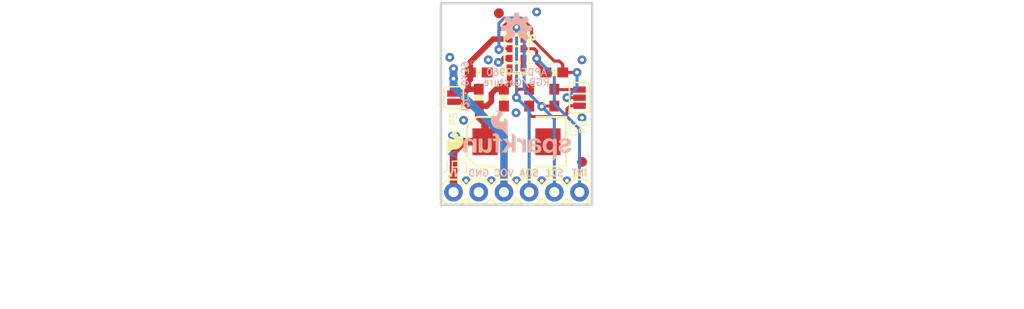
<source format=kicad_pcb>
(kicad_pcb (version 20211014) (generator pcbnew)
  (layers (0 "F.Cu" signal) (1 "In1.Cu" signal) (2 "In2.Cu" signal) (31 "B.Cu" signal) (34 "B.Paste" user) (35 "F.Paste" user) (36 "B.SilkS" user "B.Silkscreen") (37 "F.SilkS" user "F.Silkscreen") (38 "B.Mask" user) (39 "F.Mask" user) (44 "Edge.Cuts" user))
  (net 0 "")
  (net 1 "GND")
  (net 2 "VCC")
  (net 3 "SCL")
  (net 4 "SDA")
  (net 5 "INT")
  (net 6 "N$1")
  (net 7 "N$2")
  (net 8 "N$4")
  (net 9 "VL")
  (footprint "boardEagle:APDS-9960" (layer "F.Cu") (at 148.5011 99.9236)
    (fp_text reference "U1" (at -1.2 -2.2) (layer "F.SilkS") (effects (font (size 0.373888 0.373888) (thickness 0.032512)) (justify left bottom)))
    (fp_text value "APDS-9960")
    (fp_line (start -0.2 0.82) (end 0.2 0.82) (layer "F.SilkS") (width 0.2032))
    (fp_line (start -1.21 2.02) (end 1.21 2.02) (layer "F.SilkS") (width 0.2032))
    (fp_line (start -1.21 -2.02) (end 1.21 -2.02) (layer "F.SilkS") (width 0.2032))
    (fp_line (start 1.21 -2.02) (end 1.21 2.02) (layer "F.SilkS") (width 0.2032))
    (fp_line (start -1.21 -2.02) (end -1.21 2.02) (layer "F.SilkS") (width 0.2032))
    (fp_arc (start 0.188111 -0.753168) (mid 0 -0.719999) (end -0.188112 -0.753168) (layer "F.SilkS") (width 0.2032))
    (fp_arc (start -0.190178 1.022162) (mid 0 0.98) (end 0.190178 1.022162) (layer "F.SilkS") (width 0.2032))
    (fp_arc (start -0.188112 -1.786831) (mid 0 -1.82) (end 0.188112 -1.786831) (layer "F.SilkS") (width 0.2032))
    (fp_arc (start 0.190179 1.837837) (mid 0 1.879999) (end -0.190178 1.837837) (layer "F.SilkS") (width 0.2032))
    (fp_circle (center 1.644 -1.622) (end 1.8671 -1.622) (layer "F.SilkS") (width 0.2032) (fill none))
    (pad "1" smd rect (at 0.7 -1.455) (size 0.6 0.72) (layers "F.Cu" "F.Paste" "F.Mask") (net 4 "SDA"))
    (pad "2" smd rect (at 0.7 -0.485) (size 0.6 0.72) (layers "F.Cu" "F.Paste" "F.Mask") (net 5 "INT"))
    (pad "3" smd rect (at 0.7 0.485) (size 0.6 0.72) (layers "F.Cu" "F.Paste" "F.Mask") (net 8 "N$4"))
    (pad "4" smd rect (at 0.7 1.455) (size 0.6 0.72) (layers "F.Cu" "F.Paste" "F.Mask") (net 8 "N$4"))
    (pad "5" smd rect (at -0.7 1.455) (size 0.6 0.72) (layers "F.Cu" "F.Paste" "F.Mask") (net 9 "VL"))
    (pad "6" smd rect (at -0.7 0.485) (size 0.6 0.72) (layers "F.Cu" "F.Paste" "F.Mask") (net 1 "GND"))
    (pad "7" smd rect (at -0.7 -0.485) (size 0.6 0.72) (layers "F.Cu" "F.Paste" "F.Mask") (net 3 "SCL"))
    (pad "8" smd rect (at -0.7 -1.455) (size 0.6 0.72) (layers "F.Cu" "F.Paste" "F.Mask") (net 2 "VCC"))
  )
  (footprint "boardEagle:0603-RES" (layer "F.Cu") (at 144.6911 104.3686 90)
    (fp_text reference "R4" (at -0.889 -0.762 90) (layer "F.SilkS") (effects (font (size 0.373888 0.373888) (thickness 0.032512)) (justify left bottom)))
    (fp_text value "DNP")
    (fp_poly (pts (xy -0.2286 0.381) (xy 0.2286 0.381) (xy 0.2286 -0.381) (xy -0.2286 -0.381)) (layer "F.SilkS") (width 0) (fill solid))
    (pad "1" smd rect (at -0.85 0 90) (size 1.1 1) (layers "F.Cu" "F.Paste" "F.Mask") (net 9 "VL"))
    (pad "2" smd rect (at 0.85 0 90) (size 1.1 1) (layers "F.Cu" "F.Paste" "F.Mask") (net 2 "VCC"))
  )
  (footprint "boardEagle:SJ_2S" (layer "F.Cu") (at 142.1511 104.3686 90)
    (fp_text reference "SJ2" (at -0.9498 -1.27 90) (layer "F.SilkS") (effects (font (size 0.373888 0.373888) (thickness 0.032512)) (justify left bottom)))
    (fp_text value "SOLDERJUMPERNC")
    (fp_line (start 0.8 1) (end -0.8 1) (layer "F.SilkS") (width 0.1524))
    (fp_line (start -0.8 -1) (end 0.8 -1) (layer "F.SilkS") (width 0.1524))
    (fp_line (start 1.1 0.75) (end 1.1 -0.75) (layer "F.SilkS") (width 0.1524))
    (fp_line (start -1.1 0.75) (end -1.1 -0.75) (layer "F.SilkS") (width 0.1524))
    (fp_arc (start -0.799998 1) (mid -1.001849 0.93722) (end -1.1 0.75) (layer "F.SilkS") (width 0.1524))
    (fp_arc (start -1.1 -0.75) (mid -1.001777 -0.937132) (end -0.8 -1) (layer "F.SilkS") (width 0.1524))
    (fp_arc (start 1.1 0.75) (mid 1.001777 0.937132) (end 0.8 1) (layer "F.SilkS") (width 0.1524))
    (fp_arc (start 0.8 -1) (mid 1.001777 -0.937132) (end 1.1 -0.75) (layer "F.SilkS") (width 0.1524))
    (pad "1" smd rect (at -0.4119 0 90) (size 0.635 1.27) (layers "F.Cu" "F.Paste" "F.Mask") (net 9 "VL"))
    (pad "2" smd rect (at 0.4119 0 90) (size 0.635 1.27) (layers "F.Cu" "F.Paste" "F.Mask") (net 2 "VCC"))
  )
  (footprint "boardEagle:CREATIVE_COMMONS" (layer "F.Cu") (at 116.7511 125.3236)
    (fp_text reference "FRAME1" hide)
    (fp_text value "FRAME-LETTER" hide)
  )
  (footprint "boardEagle:0603" (layer "F.Cu") (at 149.7711 104.3686 -90)
    (fp_text reference "R2" (at -0.889 -0.762 -90) (layer "F.SilkS") (effects (font (size 0.373888 0.373888) (thickness 0.032512)) (justify left bottom)))
    (fp_text value "4.7k")
    (pad "1" smd rect (at -0.85 0 270) (size 1.1 1) (layers "F.Cu" "F.Paste" "F.Mask") (net 4 "SDA"))
    (pad "2" smd rect (at 0.85 0 270) (size 1.1 1) (layers "F.Cu" "F.Paste" "F.Mask") (net 6 "N$1"))
  )
  (footprint "boardEagle:EIA7343" (layer "F.Cu") (at 148.5011 108.8136 180)
    (fp_text reference "C1" (at -1.27 -1.27 180) (layer "F.SilkS") (effects (font (size 0.373888 0.373888) (thickness 0.032512)) (justify right top)))
    (fp_text value "100uF")
    (fp_line (start -5 -2.5) (end -5 2.5) (layer "F.SilkS") (width 0.2032))
    (fp_line (start -5 -2.5) (end -2 -2.5) (layer "F.SilkS") (width 0.2032))
    (fp_line (start 5 -1.5) (end 5 1.5) (layer "F.SilkS") (width 0.2032))
    (fp_line (start 4 -2.5) (end 5 -1.5) (layer "F.SilkS") (width 0.2032))
    (fp_line (start 2 -2.5) (end 4 -2.5) (layer "F.SilkS") (width 0.2032))
    (fp_line (start 4 2.5) (end 2 2.5) (layer "F.SilkS") (width 0.2032))
    (fp_line (start -5 2.5) (end -2 2.5) (layer "F.SilkS") (width 0.2032))
    (fp_line (start 5 1.5) (end 4 2.5) (layer "F.SilkS") (width 0.2032))
    (pad "A" smd rect (at 3.17 0) (size 2.55 2.7) (layers "F.Cu" "F.Paste" "F.Mask") (net 9 "VL"))
    (pad "C" smd rect (at -3.17 0) (size 2.55 2.7) (layers "F.Cu" "F.Paste" "F.Mask") (net 1 "GND"))
  )
  (footprint "boardEagle:0603-CAP" (layer "F.Cu") (at 147.2311 104.3686 -90)
    (fp_text reference "C2" (at -0.889 -0.762 -90) (layer "F.SilkS") (effects (font (size 0.373888 0.373888) (thickness 0.032512)) (justify left bottom)))
    (fp_text value "1.0uF")
    (fp_line (start 0 -0.0305) (end 0 0.0305) (layer "F.SilkS") (width 0.5588))
    (pad "1" smd rect (at -0.85 0 270) (size 1.1 1) (layers "F.Cu" "F.Paste" "F.Mask") (net 9 "VL"))
    (pad "2" smd rect (at 0.85 0 270) (size 1.1 1) (layers "F.Cu" "F.Paste" "F.Mask") (net 1 "GND"))
  )
  (footprint "boardEagle:FIDUCIAL-1X2" (layer "F.Cu") (at 155.1051 110.8456)
    (fp_text reference "FID1" hide)
    (fp_text value "FIDUCIAL1X2" hide)
    (pad "1" smd roundrect (at 0 0) (size 1 1) (layers "F.Cu" "F.Mask") (roundrect_rratio 0.5))
  )
  (footprint "boardEagle:STAND-OFF" (layer "F.Cu") (at 143.4211 97.3836)
    (fp_text reference "STANDOFF1" hide)
    (fp_text value "STAND-OFF" hide)
    (pad "" np_thru_hole circle (at 0 0) (size 3.302 3.302) (drill 3.302) (layers *.Cu *.Mask))
  )
  (footprint "boardEagle:0603-RES" (layer "F.Cu") (at 152.3111 101.8286)
    (fp_text reference "R1" (at -0.889 -0.762) (layer "F.SilkS") (effects (font (size 0.373888 0.373888) (thickness 0.032512)) (justify left bottom)))
    (fp_text value "10k")
    (fp_poly (pts (xy -0.2286 0.381) (xy 0.2286 0.381) (xy 0.2286 -0.381) (xy -0.2286 -0.381)) (layer "F.SilkS") (width 0) (fill solid))
    (pad "1" smd rect (at -0.85 0) (size 1.1 1) (layers "F.Cu" "F.Paste" "F.Mask") (net 5 "INT"))
    (pad "2" smd rect (at 0.85 0) (size 1.1 1) (layers "F.Cu" "F.Paste" "F.Mask") (net 2 "VCC"))
  )
  (footprint "boardEagle:0603" (layer "F.Cu") (at 152.3111 104.3686 90)
    (fp_text reference "R3" (at -0.889 -0.762 90) (layer "F.SilkS") (effects (font (size 0.373888 0.373888) (thickness 0.032512)) (justify left bottom)))
    (fp_text value "4.7k")
    (pad "1" smd rect (at -0.85 0 90) (size 1.1 1) (layers "F.Cu" "F.Paste" "F.Mask") (net 3 "SCL"))
    (pad "2" smd rect (at 0.85 0 90) (size 1.1 1) (layers "F.Cu" "F.Paste" "F.Mask") (net 7 "N$2"))
  )
  (footprint "boardEagle:STAND-OFF" (layer "F.Cu") (at 153.5811 97.3836)
    (fp_text reference "STANDOFF2" hide)
    (fp_text value "STAND-OFF" hide)
    (pad "" np_thru_hole circle (at 0 0) (size 3.302 3.302) (drill 3.302) (layers *.Cu *.Mask))
  )
  (footprint "boardEagle:FIDUCIAL-1X2" (layer "F.Cu") (at 146.7231 95.8596)
    (fp_text reference "FID2" hide)
    (fp_text value "FIDUCIAL1X2" hide)
    (pad "1" smd roundrect (at 0 0) (size 1 1) (layers "F.Cu" "F.Mask") (roundrect_rratio 0.5))
  )
  (footprint "boardEagle:SFE_LOGO_FLAME_.1" (layer "F.Cu") (at 141.1351 110.5916)
    (fp_text reference "LOGO1" hide)
    (fp_text value "SFE_LOGO_FLAME.1_INCH" hide)
    (fp_poly (pts (xy 1.4 -2.87) (xy 1.54 -2.8) (xy 1.58 -2.77) (xy 1.59 -2.76) (xy 1.58 -2.76) (xy 1.56 -2.77) (xy 1.5 -2.77) (xy 1.46 -2.76) (xy 1.41 -2.75) (xy 1.37 -2.73) (xy 1.33 -2.7) (xy 1.31 -2.67) (xy 1.3 -2.65) (xy 1.29 -2.62) (xy 1.29 -2.56) (xy 1.3 -2.52) (xy 1.34 -2.46) (xy 1.4 -2.4) (xy 1.44 -2.37) (xy 1.47 -2.35) (xy 1.51 -2.33) (xy 1.59 -2.31) (xy 1.62 -2.31) (xy 1.65 -2.32) (xy 1.68 -2.35) (xy 1.69 -2.37) (xy 1.7 -2.4) (xy 1.7 -2.49) (xy 1.78 -2.44) (xy 1.86 -2.35) (xy 1.93 -2.24) (xy 1.98 -2.09) (xy 2.01 -1.93) (xy 2 -1.76) (xy 1.95 -1.57) (xy 1.85 -1.39) (xy 1.78 -1.3) (xy 1.7 -1.22) (xy 1.62 -1.15) (xy 1.52 -1.09) (xy 1.42 -1.05) (xy 1.31 -1.02) (xy 1.19 -1) (xy 1 -1) (xy 0.94 -0.99) (xy 0.84 -0.93) (xy 0.74 -0.83) (xy 0.62 -0.69) (xy 0.5 -0.57) (xy 0.45 -0.51) (xy 0.4 -0.46) (xy 0.37 -0.41) (xy 0.32 -0.36) (xy 0.32 -1.73) (xy 0.33 -1.81) (xy 0.35 -1.88) (xy 0.41 -1.98) (xy 0.46 -2.02) (xy 0.5 -2.05) (xy 0.55 -2.07) (xy 0.6 -2.08) (xy 0.66 -2.09) (xy 0.78 -2.09) (xy 0.82 -2.07) (xy 0.81 -2.06) (xy 0.77 -2.04) (xy 0.74 -2.03) (xy 0.68 -1.97) (xy 0.67 -1.94) (xy 0.67 -1.9) (xy 0.68 -1.87) (xy 0.7 -1.84) (xy 0.76 -1.78) (xy 0.81 -1.76) (xy 0.86 -1.75) (xy 0.94 -1.75) (xy 1.02 -1.77) (xy 1.08 -1.81) (xy 1.12 -1.86) (xy 1.14 -1.92) (xy 1.14 -1.99) (xy 1.11 -2.07) (xy 1.04 -2.14) (xy 0.96 -2.23) (xy 0.89 -2.31) (xy 0.84 -2.4) (xy 0.82 -2.49) (xy 0.82 -2.57) (xy 0.85 -2.66) (xy 0.9 -2.74) (xy 0.99 -2.81) (xy 1.1 -2.87) (xy 1.21 -2.89) (xy 1.31 -2.89)) (layer "F.SilkS") (width 0) (fill solid))
  )
  (footprint "boardEagle:1X06" (layer "F.Cu") (at 142.1511 113.8936)
    (fp_text reference "JP1" (at -1.3462 -1.8288) (layer "F.SilkS") (effects (font (size 1.143 1.143) (thickness 0.127)) (justify left bottom)))
    (fp_text value "")
    (fp_line (start 4.445 -1.27) (end 5.715 -1.27) (layer "F.SilkS") (width 0.2032))
    (fp_line (start 8.255 -1.27) (end 8.89 -0.635) (layer "F.SilkS") (width 0.2032))
    (fp_line (start -0.635 -1.27) (end 0.635 -1.27) (layer "F.SilkS") (width 0.2032))
    (fp_line (start 13.335 1.27) (end 12.065 1.27) (layer "F.SilkS") (width 0.2032))
    (fp_line (start 13.97 -0.635) (end 13.97 0.635) (layer "F.SilkS") (width 0.2032))
    (fp_line (start 13.335 -1.27) (end 13.97 -0.635) (layer "F.SilkS") (width 0.2032))
    (fp_line (start 6.985 -1.27) (end 8.255 -1.27) (layer "F.SilkS") (width 0.2032))
    (fp_line (start 0.635 1.27) (end -0.635 1.27) (layer "F.SilkS") (width 0.2032))
    (fp_line (start 1.905 1.27) (end 1.27 0.635) (layer "F.SilkS") (width 0.2032))
    (fp_line (start 6.985 -1.27) (end 6.35 -0.635) (layer "F.SilkS") (width 0.2032))
    (fp_line (start 3.81 0.635) (end 3.175 1.27) (layer "F.SilkS") (width 0.2032))
    (fp_line (start 10.795 1.27) (end 9.525 1.27) (layer "F.SilkS") (width 0.2032))
    (fp_line (start 11.43 0.635) (end 10.795 1.27) (layer "F.SilkS") (width 0.2032))
    (fp_line (start 12.065 -1.27) (end 13.335 -1.27) (layer "F.SilkS") (width 0.2032))
    (fp_line (start 13.97 0.635) (end 13.335 1.27) (layer "F.SilkS") (width 0.2032))
    (fp_line (start 8.89 0.635) (end 8.255 1.27) (layer "F.SilkS") (width 0.2032))
    (fp_line (start 8.89 -0.635) (end 9.525 -1.27) (layer "F.SilkS") (width 0.2032))
    (fp_line (start 1.27 -0.635) (end 1.905 -1.27) (layer "F.SilkS") (width 0.2032))
    (fp_line (start 6.35 0.635) (end 6.985 1.27) (layer "F.SilkS") (width 0.2032))
    (fp_line (start -1.27 -0.635) (end -1.27 0.635) (layer "F.SilkS") (width 0.2032))
    (fp_line (start -1.27 0.635) (end -0.635 1.27) (layer "F.SilkS") (width 0.2032))
    (fp_line (start 1.27 0.635) (end 0.635 1.27) (layer "F.SilkS") (width 0.2032))
    (fp_line (start 9.525 1.27) (end 8.89 0.635) (layer "F.SilkS") (width 0.2032))
    (fp_line (start 3.81 -0.635) (end 4.445 -1.27) (layer "F.SilkS") (width 0.2032))
    (fp_line (start 8.255 1.27) (end 6.985 1.27) (layer "F.SilkS") (width 0.2032))
    (fp_line (start 6.35 0.635) (end 5.715 1.27) (layer "F.SilkS") (width 0.2032))
    (fp_line (start -0.635 -1.27) (end -1.27 -0.635) (layer "F.SilkS") (width 0.2032))
    (fp_line (start 3.175 1.27) (end 1.905 1.27) (layer "F.SilkS") (width 0.2032))
    (fp_line (start 4.445 1.27) (end 3.81 0.635) (layer "F.SilkS") (width 0.2032))
    (fp_line (start 1.905 -1.27) (end 3.175 -1.27) (layer "F.SilkS") (width 0.2032))
    (fp_line (start 12.065 1.27) (end 11.43 0.635) (layer "F.SilkS") (width 0.2032))
    (fp_line (start 5.715 -1.27) (end 6.35 -0.635) (layer "F.SilkS") (width 0.2032))
    (fp_line (start 10.795 -1.27) (end 11.43 -0.635) (layer "F.SilkS") (width 0.2032))
    (fp_line (start 5.715 1.27) (end 4.445 1.27) (layer "F.SilkS") (width 0.2032))
    (fp_line (start 11.43 -0.635) (end 12.065 -1.27) (layer "F.SilkS") (width 0.2032))
    (fp_line (start 3.175 -1.27) (end 3.81 -0.635) (layer "F.SilkS") (width 0.2032))
    (fp_line (start 0.635 -1.27) (end 1.27 -0.635) (layer "F.SilkS") (width 0.2032))
    (fp_line (start 9.525 -1.27) (end 10.795 -1.27) (layer "F.SilkS") (width 0.2032))
    (pad "1" thru_hole circle (at 0 0 90) (size 1.8796 1.8796) (drill 1.016) (layers *.Cu *.Mask) (net 9 "VL"))
    (pad "2" thru_hole circle (at 2.54 0 90) (size 1.8796 1.8796) (drill 1.016) (layers *.Cu *.Mask) (net 1 "GND"))
    (pad "3" thru_hole circle (at 5.08 0 90) (size 1.8796 1.8796) (drill 1.016) (layers *.Cu *.Mask) (net 2 "VCC"))
    (pad "4" thru_hole circle (at 7.62 0 90) (size 1.8796 1.8796) (drill 1.016) (layers *.Cu *.Mask) (net 4 "SDA"))
    (pad "5" thru_hole circle (at 10.16 0 90) (size 1.8796 1.8796) (drill 1.016) (layers *.Cu *.Mask) (net 3 "SCL"))
    (pad "6" thru_hole circle (at 12.7 0 90) (size 1.8796 1.8796) (drill 1.016) (layers *.Cu *.Mask) (net 5 "INT"))
  )
  (footprint "boardEagle:SJ_3_PASTE1&2&3" (layer "F.Cu") (at 154.8511 104.3686 -90)
    (fp_text reference "SJ1" (at -1.27 -1.27 -90) (layer "F.SilkS") (effects (font (size 0.373888 0.373888) (thickness 0.032512)) (justify left bottom)))
    (fp_text value "")
    (fp_line (start -1.27 -1.016) (end 1.27 -1.016) (layer "F.SilkS") (width 0.1524))
    (fp_line (start 1.27 1.016) (end -1.27 1.016) (layer "F.SilkS") (width 0.1524))
    (fp_line (start 1.524 0.762) (end 1.524 -0.762) (layer "F.SilkS") (width 0.1524))
    (fp_line (start -1.524 0.762) (end -1.524 -0.762) (layer "F.SilkS") (width 0.1524))
    (fp_arc (start -1.27 1.016) (mid -1.449605 0.941605) (end -1.524 0.762) (layer "F.SilkS") (width 0.1524))
    (fp_arc (start -1.524 -0.762) (mid -1.449605 -0.941605) (end -1.27 -1.016) (layer "F.SilkS") (width 0.1524))
    (fp_arc (start 1.27 -1.016) (mid 1.449605 -0.941605) (end 1.524 -0.762) (layer "F.SilkS") (width 0.1524))
    (fp_arc (start 1.524 0.762) (mid 1.449605 0.941605) (end 1.27 1.016) (layer "F.SilkS") (width 0.1524))
    (pad "1" smd rect (at -0.8128 0 270) (size 0.635 1.27) (layers "F.Cu" "F.Mask") (net 7 "N$2"))
    (pad "2" smd rect (at 0 0 270) (size 0.635 1.27) (layers "F.Cu" "F.Mask") (net 2 "VCC"))
    (pad "3" smd rect (at 0.8128 0 270) (size 0.635 1.27) (layers "F.Cu" "F.Mask") (net 6 "N$1"))
  )
  (footprint "boardEagle:0603-CAP" (layer "F.Cu") (at 144.6911 101.8286)
    (fp_text reference "C3" (at -0.889 -0.762) (layer "F.SilkS") (effects (font (size 0.373888 0.373888) (thickness 0.032512)) (justify left bottom)))
    (fp_text value "1.0uF")
    (fp_line (start 0 -0.0305) (end 0 0.0305) (layer "F.SilkS") (width 0.5588))
    (pad "1" smd rect (at -0.85 0) (size 1.1 1) (layers "F.Cu" "F.Paste" "F.Mask") (net 2 "VCC"))
    (pad "2" smd rect (at 0.85 0) (size 1.1 1) (layers "F.Cu" "F.Paste" "F.Mask") (net 1 "GND"))
  )
  (footprint "boardEagle:OSHW-LOGO-S" (layer "B.Cu") (at 148.5011 97.3836 180)
    (fp_text reference "LOGO2" hide)
    (fp_text value "OSHW-LOGOS" hide)
    (fp_poly (pts (xy 0.301647 1.061351) (xy 0.42347 1.022344) (xy 0.537177 0.963769) (xy 0.92862 1.282946) (xy 1.282946 0.92862) (xy 0.961035 0.533823) (xy 1.057046 0.302084) (xy 1.5638 0.250561) (xy 1.5638 -0.250561) (xy 1.057046 -0.302084) (xy 0.961035 -0.533823) (xy 1.282946 -0.92862) (xy 0.92862 -1.282946) (xy 0.537177 -0.96377) (xy 0.356601 -1.056794) (xy 0.088679 -0.410073) (xy 0.326262 -0.2176) (xy 0.373649 -0.121468) (xy 0.392729 -0.010339) (xy 0.379464 0.101634) (xy 0.334947 0.205229) (xy 0.262842 0.291918) (xy 0.169087 0.354561) (xy 0.061406 0.387999) (xy -0.051342 0.38948) (xy -0.159868 0.358881) (xy -0.255234 0.298724) (xy -0.329589 0.213962) (xy -0.376813 0.111569) (xy -0.392176 0.005767) (xy -0.322923 -0.222565) (xy -0.249312 -0.303773) (xy 0.091677 -0.5081) (xy -0.12929 -0.5081) (xy -0.355332 -1.053732) (xy -0.506597 -0.983577) (xy -0.538922 -0.965192) (xy -0.92862 -1.282946) (xy -1.282946 -0.92862) (xy -0.961035 -0.533823) (xy -1.057046 -0.302084) (xy -1.5638 -0.250561) (xy -1.5638 0.250561) (xy -1.057046 0.302084) (xy -0.961035 0.533823) (xy -1.282946 0.92862) (xy -0.92862 1.282946) (xy -0.533823 0.961035) (xy -0.302084 1.057046) (xy -0.250561 1.5638) (xy 0.250561 1.5638)) (layer "B.SilkS") (width 0) (fill solid))
  )
  (footprint "boardEagle:SFE_LOGO_NAME_FLAME_.1" (layer "B.Cu") (at 154.4701 110.8456 180)
    (fp_text reference "U$1" hide)
    (fp_text value "SFE_LOGO_NAME_FLAME.1_INCH" hide)
    (fp_poly (pts (xy 1.31 2.37) (xy 1.41 2.34) (xy 1.5 2.3) (xy 1.58 2.24) (xy 1.64 2.16) (xy 1.69 2.06) (xy 1.71 1.94) (xy 1.34 1.94) (xy 1.33 1.99) (xy 1.31 2.04) (xy 1.29 2.07) (xy 1.26 2.09) (xy 1.22 2.11) (xy 1.17 2.13) (xy 1 2.13) (xy 0.97 2.12) (xy 0.93 2.11) (xy 0.9 2.1) (xy 0.86 2.04) (xy 0.86 2) (xy 0.87 1.96) (xy 0.9 1.92) (xy 0.94 1.89) (xy 1 1.86) (xy 1.06 1.84) (xy 1.14 1.83) (xy 1.38 1.77) (xy 1.47 1.75) (xy 1.61 1.67) (xy 1.67 1.62) (xy 1.71 1.56) (xy 1.74 1.49) (xy 1.75 1.4) (xy 1.73 1.27) (xy 1.69 1.16) (xy 1.63 1.08) (xy 1.55 1.01) (xy 1.45 0.96) (xy 1.34 0.93) (xy 1.22 0.91) (xy 1.1 0.9) (xy 0.98 0.91) (xy 0.86 0.93) (xy 0.75 0.96) (xy 0.65 1.01) (xy 0.57 1.08) (xy 0.5 1.17) (xy 0.46 1.27) (xy 0.44 1.4) (xy 0.81 1.4) (xy 0.81 1.34) (xy 0.83 1.29) (xy 0.86 1.25) (xy 0.94 1.19) (xy 1 1.18) (xy 1.05 1.17) (xy 1.11 1.16) (xy 1.15 1.17) (xy 1.19 1.17) (xy 1.23 1.18) (xy 1.27 1.2) (xy 1.31 1.23) (xy 1.34 1.26) (xy 1.36 1.34) (xy 1.35 1.38) (xy 1.33 1.42) (xy 1.29 1.45) (xy 1.24 1.48) (xy 1.18 1.5) (xy 1.02 1.54) (xy 0.92 1.56) (xy 0.83 1.58) (xy 0.75 1.61) (xy 0.68 1.64) (xy 0.61 1.68) (xy 0.55 1.72) (xy 0.51 1.78) (xy 0.48 1.85) (xy 0.47 1.94) (xy 0.48 2.06) (xy 0.52 2.16) (xy 0.59 2.24) (xy 0.66 2.3) (xy 0.76 2.35) (xy 0.86 2.37) (xy 0.97 2.39) (xy 1.2 2.39)) (layer "B.SilkS") (width 0) (fill solid))
    (fp_poly (pts (xy 4.32 2.38) (xy 4.38 2.38) (xy 4.43 2.37) (xy 4.48 2.35) (xy 4.53 2.34) (xy 4.58 2.32) (xy 4.7 2.23) (xy 4.73 2.19) (xy 4.75 2.15) (xy 4.77 2.1) (xy 4.78 2.05) (xy 4.78 1.18) (xy 4.79 1.16) (xy 4.79 1.07) (xy 4.8 1.05) (xy 4.8 1.03) (xy 4.81 1.01) (xy 4.81 0.98) (xy 4.82 0.96) (xy 4.83 0.95) (xy 4.83 0.94) (xy 4.44 0.94) (xy 4.44 0.95) (xy 4.43 0.96) (xy 4.43 0.97) (xy 4.42 0.98) (xy 4.42 1.01) (xy 4.41 1.02) (xy 4.41 1.08) (xy 4.39 1.05) (xy 4.36 1.03) (xy 4.34 1.01) (xy 4.31 0.99) (xy 4.28 0.98) (xy 4.25 0.96) (xy 4.13 0.92) (xy 4.1 0.92) (xy 4.07 0.91) (xy 4.03 0.91) (xy 4 0.9) (xy 3.89 0.9) (xy 3.84 0.91) (xy 3.79 0.91) (xy 3.75 0.92) (xy 3.7 0.94) (xy 3.66 0.96) (xy 3.63 0.98) (xy 3.59 1) (xy 3.56 1.03) (xy 3.54 1.06) (xy 3.51 1.1) (xy 3.49 1.13) (xy 3.48 1.18) (xy 3.46 1.22) (xy 3.46 1.27) (xy 3.45 1.32) (xy 3.47 1.43) (xy 3.5 1.52) (xy 3.54 1.59) (xy 3.61 1.65) (xy 3.68 1.69) (xy 3.76 1.72) (xy 3.84 1.74) (xy 3.93 1.75) (xy 4.01 1.54) (xy 3.98 1.53) (xy 3.96 1.52) (xy 3.95 1.51) (xy 3.91 1.49) (xy 3.9 1.48) (xy 3.88 1.47) (xy 3.85 1.41) (xy 3.85 1.39) (xy 3.84 1.37) (xy 3.84 1.32) (xy 3.85 1.29) (xy 3.85 1.27) (xy 3.86 1.25) (xy 3.87 1.24) (xy 3.88 1.22) (xy 3.9 1.21) (xy 3.91 1.2) (xy 3.95 1.18) (xy 3.97 1.18) (xy 3.99 1.17) (xy 4.01 1.17) (xy 4.03 1.16) (xy 4.08 1.16) (xy 4.13 1.17) (xy 4.18 1.17) (xy 4.22 1.19) (xy 4.26 1.2) (xy 4.29 1.22) (xy 4.31 1.24) (xy 4.33 1.27) (xy 4.35 1.29) (xy 4.37 1.35) (xy 4.38 1.37) (xy 4.39 1.4) (xy 4.39 1.63) (xy 4.37 1.61) (xy 4.35 1.61) (xy 4.31 1.59) (xy 4.29 1.59) (xy 4.27 1.58) (xy 4.23 1.58) (xy 4.18 1.78) (xy 4.25 1.8) (xy 4.31 1.82) (xy 4.36 1.85) (xy 4.39 1.89) (xy 4.39 2) (xy 4.36 2.06) (xy 4.35 2.07) (xy 4.34 2.09) (xy 4.28 2.12) (xy 4.26 2.12) (xy 4.24 2.13) (xy 4.06 2.13) (xy 3.96 2.08) (xy 3.92 2.04) (xy 3.91 2.02) (xy 3.9 1.99) (xy 3.89 1.97) (xy 3.89 1.92) (xy 3.5 1.92) (xy 3.52 2.04) (xy 3.54 2.1) (xy 3.57 2.14) (xy 3.6 2.19) (xy 3.63 2.23) (xy 3.67 2.26) (xy 3.77 2.32) (xy 3.82 2.34) (xy 3.87 2.35) (xy 3.93 2.37) (xy 3.99 2.38) (xy 4.04 2.39) (xy 4.27 2.39)) (layer "B.SilkS") (width 0) (fill solid))
    (fp_poly (pts (xy 10.95 2.38) (xy 11.06 2.35) (xy 11.15 2.3) (xy 11.22 2.23) (xy 11.27 2.15) (xy 11.3 2.05) (xy 11.32 1.94) (xy 11.33 1.81) (xy 11.33 0.94) (xy 10.94 0.94) (xy 10.94 1.74) (xy 10.93 1.82) (xy 10.92 1.89) (xy 10.91 1.95) (xy 10.88 2) (xy 10.85 2.04) (xy 10.8 2.07) (xy 10.75 2.08) (xy 10.69 2.09) (xy 10.61 2.08) (xy 10.55 2.07) (xy 10.5 2.04) (xy 10.46 1.99) (xy 10.43 1.94) (xy 10.4 1.87) (xy 10.39 1.78) (xy 10.39 0.94) (xy 10 0.94) (xy 10 2.36) (xy 10.37 2.36) (xy 10.37 2.16) (xy 10.38 2.16) (xy 10.42 2.22) (xy 10.46 2.26) (xy 10.51 2.3) (xy 10.57 2.34) (xy 10.69 2.38) (xy 10.75 2.39) (xy 10.81 2.39)) (layer "B.SilkS") (width 0) (fill solid))
    (fp_poly (pts (xy 8.85 1.56) (xy 8.87 1.4) (xy 8.88 1.34) (xy 8.94 1.26) (xy 8.99 1.23) (xy 9.04 1.22) (xy 9.1 1.21) (xy 9.18 1.22) (xy 9.24 1.23) (xy 9.29 1.26) (xy 9.33 1.3) (xy 9.36 1.36) (xy 9.39 1.43) (xy 9.4 1.51) (xy 9.4 2.36) (xy 9.79 2.36) (xy 9.79 0.94) (xy 9.42 0.94) (xy 9.42 1.14) (xy 9.41 1.14) (xy 9.37 1.08) (xy 9.33 1.03) (xy 9.28 0.99) (xy 9.22 0.96) (xy 9.17 0.94) (xy 9.11 0.92) (xy 9.04 0.91) (xy 8.98 0.9) (xy 8.84 0.91) (xy 8.73 0.95) (xy 8.64 1) (xy 8.57 1.06) (xy 8.52 1.15) (xy 8.49 1.25) (xy 8.47 1.36) (xy 8.47 2.36) (xy 8.85 2.36)) (layer "B.SilkS") (width 0) (fill solid))
    (fp_poly (pts (xy 2.85 2.38) (xy 2.99 2.33) (xy 3.1 2.26) (xy 3.19 2.16) (xy 3.26 2.05) (xy 3.3 1.92) (xy 3.33 1.78) (xy 3.34 1.63) (xy 2.95 1.64) (xy 2.95 1.73) (xy 2.94 1.81) (xy 2.91 1.89) (xy 2.88 1.96) (xy 2.83 2.02) (xy 2.77 2.06) (xy 2.7 2.09) (xy 2.61 2.1) (xy 2.53 2.09) (xy 2.45 2.06) (xy 2.4 2.02) (xy 2.35 1.96) (xy 2.32 1.89) (xy 2.29 1.81) (xy 2.28 1.73) (xy 2.28 1.56) (xy 2.32 1.4) (xy 2.35 1.33) (xy 2.4 1.28) (xy 2.46 1.23) (xy 2.53 1.21) (xy 2.62 1.2) (xy 2.7 1.21) (xy 2.78 1.23) (xy 2.84 1.28) (xy 2.88 1.33) (xy 2.91 1.4) (xy 3.25 1.24) (xy 3.19 1.13) (xy 3.1 1.04) (xy 2.99 0.96) (xy 2.87 0.92) (xy 2.72 0.9) (xy 2.54 0.93) (xy 2.48 0.96) (xy 2.38 1.02) (xy 2.3 1.12) (xy 2.29 1.12) (xy 2.29 0.1) (xy 2.2 0.19) (xy 2.05 0.31) (xy 1.96 0.4) (xy 1.91 0.44) (xy 1.91 2.29) (xy 1.95 2.3) (xy 2 2.31) (xy 2.05 2.31) (xy 2.09 2.32) (xy 2.14 2.33) (xy 2.18 2.34) (xy 2.28 2.36) (xy 2.28 2.18) (xy 2.32 2.23) (xy 2.36 2.27) (xy 2.41 2.31) (xy 2.51 2.37) (xy 2.63 2.39) (xy 2.7 2.39)) (layer "B.SilkS") (width 0) (fill solid))
    (fp_poly (pts (xy 6.45 1.85) (xy 6.94 2.36) (xy 7.4 2.36) (xy 6.87 1.84) (xy 7.46 0.94) (xy 6.99 0.94) (xy 6.6 1.57) (xy 6.45 1.43) (xy 6.45 0.94) (xy 6.06 0.94) (xy 6.06 2.68) (xy 6.45 2.89)) (layer "B.SilkS") (width 0) (fill solid))
    (fp_poly (pts (xy 4.23 1.58) (xy 4.21 1.57) (xy 4.19 1.57) (xy 4.16 1.56) (xy 4.12 1.56) (xy 4.09 1.55) (xy 4.05 1.55) (xy 4.03 1.54) (xy 4.01 1.54) (xy 3.93 1.75) (xy 4.11 1.77) (xy 4.18 1.78)) (layer "B.SilkS") (width 0) (fill solid))
    (fp_poly (pts (xy 3.34 1.63) (xy 3.33 1.49) (xy 3.3 1.36) (xy 3.25 1.24) (xy 2.91 1.4) (xy 2.94 1.48) (xy 2.95 1.56) (xy 2.95 1.64)) (layer "B.SilkS") (width 0) (fill solid))
    (fp_poly (pts (xy 5.9 2.38) (xy 5.91 2.38) (xy 5.91 2.02) (xy 5.9 2.02) (xy 5.88 2.03) (xy 5.77 2.03) (xy 5.67 2.02) (xy 5.59 2) (xy 5.52 1.96) (xy 5.47 1.9) (xy 5.43 1.83) (xy 5.41 1.76) (xy 5.39 1.67) (xy 5.39 0.94) (xy 5 0.94) (xy 5 2.29) (xy 5.05 2.3) (xy 5.09 2.31) (xy 5.14 2.31) (xy 5.19 2.32) (xy 5.23 2.33) (xy 5.33 2.35) (xy 5.37 2.36) (xy 5.37 2.09) (xy 5.41 2.16) (xy 5.45 2.21) (xy 5.5 2.27) (xy 5.55 2.31) (xy 5.62 2.35) (xy 5.68 2.37) (xy 5.75 2.39) (xy 5.89 2.39)) (layer "B.SilkS") (width 0) (fill solid))
    (fp_poly (pts (xy 7.95 5.16) (xy 8.03 5.13) (xy 8.09 5.1) (xy 8.13 5.07) (xy 8.14 5.06) (xy 8.11 5.06) (xy 8.08 5.07) (xy 8.05 5.07) (xy 8.01 5.06) (xy 7.96 5.05) (xy 7.92 5.03) (xy 7.88 5) (xy 7.86 4.97) (xy 7.85 4.94) (xy 7.84 4.92) (xy 7.83 4.89) (xy 7.84 4.86) (xy 7.85 4.82) (xy 7.87 4.79) (xy 7.89 4.75) (xy 7.92 4.72) (xy 7.95 4.7) (xy 7.99 4.67) (xy 8.02 4.65) (xy 8.1 4.61) (xy 8.17 4.61) (xy 8.2 4.62) (xy 8.23 4.64) (xy 8.25 4.7) (xy 8.25 4.78) (xy 8.33 4.74) (xy 8.41 4.65) (xy 8.48 4.53) (xy 8.53 4.39) (xy 8.56 4.23) (xy 8.55 4.05) (xy 8.5 3.87) (xy 8.4 3.69) (xy 8.33 3.6) (xy 8.25 3.52) (xy 8.17 3.45) (xy 8.07 3.39) (xy 7.97 3.35) (xy 7.86 3.32) (xy 7.74 3.3) (xy 7.55 3.3) (xy 7.49 3.29) (xy 7.44 3.26) (xy 7.34 3.18) (xy 7.29 3.12) (xy 7.16 2.99) (xy 7.11 2.92) (xy 7.05 2.86) (xy 7 2.8) (xy 6.95 2.75) (xy 6.92 2.71) (xy 6.89 2.68) (xy 6.87 2.65) (xy 6.86 2.65) (xy 6.86 3.93) (xy 6.88 4.11) (xy 6.9 4.17) (xy 6.93 4.23) (xy 6.96 4.28) (xy 7.01 4.31) (xy 7.05 4.34) (xy 7.15 4.38) (xy 7.21 4.39) (xy 7.29 4.39) (xy 7.33 4.38) (xy 7.35 4.38) (xy 7.37 4.37) (xy 7.36 4.36) (xy 7.32 4.34) (xy 7.29 4.33) (xy 7.25 4.29) (xy 7.23 4.26) (xy 7.22 4.23) (xy 7.22 4.2) (xy 7.23 4.17) (xy 7.25 4.13) (xy 7.28 4.1) (xy 7.31 4.08) (xy 7.36 4.06) (xy 7.41 4.05) (xy 7.49 4.05) (xy 7.57 4.07) (xy 7.63 4.11) (xy 7.67 4.16) (xy 7.69 4.22) (xy 7.69 4.29) (xy 7.66 4.36) (xy 7.59 4.44) (xy 7.51 4.53) (xy 7.44 4.61) (xy 7.39 4.7) (xy 7.37 4.79) (xy 7.37 4.87) (xy 7.4 4.96) (xy 7.45 5.03) (xy 7.54 5.11) (xy 7.65 5.17) (xy 7.76 5.19) (xy 7.86 5.19)) (layer "B.SilkS") (width 0) (fill solid))
    (fp_poly (pts (xy 8.37 2.88) (xy 8.37 2.6) (xy 8.2 2.6) (xy 8.16 2.59) (xy 8.12 2.57) (xy 8.1 2.54) (xy 8.09 2.52) (xy 8.09 2.48) (xy 8.08 2.44) (xy 8.08 2.36) (xy 8.35 2.36) (xy 8.35 2.1) (xy 8.08 2.1) (xy 8.08 0.94) (xy 7.7 0.94) (xy 7.7 2.1) (xy 7.31 2.1) (xy 7.35 2.13) (xy 7.51 2.29) (xy 7.55 2.32) (xy 7.58 2.36) (xy 7.7 2.36) (xy 7.7 2.56) (xy 7.73 2.64) (xy 7.76 2.71) (xy 7.81 2.77) (xy 7.88 2.82) (xy 7.96 2.86) (xy 8.06 2.89) (xy 8.35 2.89)) (layer "B.SilkS") (width 0) (fill solid))
  )
  (gr_line (start 156.1211 94.8436) (end 140.8811 94.8436) (layer "Edge.Cuts") (width 0.254))
  (gr_line (start 156.1211 115.1636) (end 156.1211 94.8436) (layer "Edge.Cuts") (width 0.254))
  (gr_line (start 140.8811 94.8436) (end 140.8811 115.1636) (layer "Edge.Cuts") (width 0.254))
  (gr_line (start 140.8811 115.1636) (end 156.1211 115.1636) (layer "Edge.Cuts") (width 0.254))
  (gr_text "v10" (at 142.1511 109.0676 -90) (layer "B.Cu") (effects (font (size 1.03632 1.03632) (thickness 0.18288)) (justify mirror)))
  (gr_text "I2C: 0x39" (at 143.6751 103.2256 -90) (layer "B.SilkS") (effects (font (size 0.69088 0.69088) (thickness 0.12192)) (justify top mirror)))
  (gr_text "SCL" (at 152.3111 112.3696) (layer "B.SilkS") (effects (font (size 0.69088 0.69088) (thickness 0.12192)) (justify bottom mirror)))
  (gr_text "SDA" (at 149.7711 112.3696) (layer "B.SilkS") (effects (font (size 0.69088 0.69088) (thickness 0.12192)) (justify bottom mirror)))
  (gr_text "VL" (at 142.1511 112.3696) (layer "B.SilkS") (effects (font (size 0.69088 0.69088) (thickness 0.12192)) (justify bottom mirror)))
  (gr_text "RGB/Gesture" (at 148.5011 103.2256) (layer "B.SilkS") (effects (font (size 0.69088 0.69088) (thickness 0.12192)) (justify bottom mirror)))
  (gr_text "GND" (at 144.6911 112.3696) (layer "B.SilkS") (effects (font (size 0.69088 0.69088) (thickness 0.12192)) (justify bottom mirror)))
  (gr_text "INT" (at 154.8511 112.3696) (layer "B.SilkS") (effects (font (size 0.69088 0.69088) (thickness 0.12192)) (justify bottom mirror)))
  (gr_text "VCC" (at 147.2311 112.3696) (layer "B.SilkS") (effects (font (size 0.69088 0.69088) (thickness 0.12192)) (justify bottom mirror)))
  (gr_text "APDS-9960" (at 148.5011 102.2096) (layer "B.SilkS") (effects (font (size 0.69088 0.69088) (thickness 0.12192)) (justify bottom mirror)))
  (gr_text "PS" (at 142.1511 105.7656 90) (layer "F.SilkS") (effects (font (size 0.69088 0.69088) (thickness 0.12192)) (justify right)))
  (gr_text "INT" (at 154.8511 112.3696) (layer "F.SilkS") (effects (font (size 0.69088 0.69088) (thickness 0.12192)) (justify bottom)))
  (gr_text "I2C" (at 154.2161 106.5276 90) (layer "F.SilkS") (effects (font (size 0.69088 0.69088) (thickness 0.12192)) (justify right)))
  (gr_text "SDA" (at 149.7711 112.3696) (layer "F.SilkS") (effects (font (size 0.69088 0.69088) (thickness 0.12192)) (justify bottom)))
  (gr_text "VL" (at 142.1511 112.3696) (layer "F.SilkS") (effects (font (size 0.69088 0.69088) (thickness 0.12192)) (justify bottom)))
  (gr_text "VCC" (at 147.2311 112.3696) (layer "F.SilkS") (effects (font (size 0.69088 0.69088) (thickness 0.12192)) (justify bottom)))
  (gr_text "GND" (at 144.6911 112.3696) (layer "F.SilkS") (effects (font (size 0.69088 0.69088) (thickness 0.12192)) (justify bottom)))
  (gr_text "SCL" (at 152.3111 112.3696) (layer "F.SilkS") (effects (font (size 0.69088 0.69088) (thickness 0.12192)) (justify bottom)))
  (gr_text "PU" (at 155.2321 106.5276 90) (layer "F.SilkS") (effects (font (size 0.69088 0.69088) (thickness 0.12192)) (justify right)))
  (segment (start 147.2819 100.4062) (end 147.2819 100.4316) (width 0.5588) (layer "F.Cu") (net 1))
  (segment (start 147.7899 100.4062) (end 147.2819 100.4062) (width 0.5588) (layer "F.Cu") (net 1))
  (segment (start 147.2819 100.4316) (end 146.9517 100.7618) (width 0.5588) (layer "F.Cu") (net 1))
  (via (at 143.4211 112.7506) (size 0.889) (drill 0.381) (layers "F.Cu" "B.Cu") (net 1))
  (via (at 148.5011 112.7506) (size 0.889) (drill 0.381) (layers "F.Cu" "B.Cu") (net 1))
  (via (at 151.0411 112.7506) (size 0.889) (drill 0.381) (layers "F.Cu" "B.Cu") (net 1))
  (via (at 143.1671 106.6546) (size 0.889) (drill 0.381) (layers "F.Cu" "B.Cu") (net 1))
  (via (at 155.1051 100.5586) (size 0.889) (drill 0.381) (layers "F.Cu" "B.Cu") (net 1))
  (via (at 145.9611 112.7506) (size 0.889) (drill 0.381) (layers "F.Cu" "B.Cu") (net 1))
  (via (at 155.1051 106.4006) (size 0.889) (drill 0.381) (layers "F.Cu" "B.Cu") (net 1))
  (via (at 148.4503 105.8926) (size 0.889) (drill 0.381) (layers "F.Cu" "B.Cu") (net 1))
  (via (at 150.5331 95.7326) (size 0.889) (drill 0.381) (layers "F.Cu" "B.Cu") (net 1))
  (via (at 146.6723 100.8126) (size 0.889) (drill 0.381) (layers "F.Cu" "B.Cu") (net 1))
  (via (at 145.6563 100.5586) (size 0.889) (drill 0.381) (layers "F.Cu" "B.Cu") (net 1))
  (via (at 153.5811 112.7506) (size 0.889) (drill 0.381) (layers "F.Cu" "B.Cu") (net 1))
  (via (at 141.7701 100.3046) (size 0.889) (drill 0.381) (layers "F.Cu" "B.Cu") (net 1))
  (segment (start 154.8511 104.3686) (end 153.5811 104.3686) (width 0.3048) (layer "F.Cu") (net 2))
  (segment (start 153.1611 101.0276) (end 152.8191 100.6856) (width 0.3048) (layer "F.Cu") (net 2))
  (segment (start 144.6911 103.5186) (end 143.6361 103.5186) (width 0.5588) (layer "F.Cu") (net 2))
  (segment (start 143.8411 102.5516) (end 143.6361 102.7566) (width 0.5588) (layer "F.Cu") (net 2))
  (segment (start 152.8191 100.6856) (end 152.3111 100.6856) (width 0.3048) (layer "F.Cu") (net 2))
  (segment (start 149.0091 96.3676) (end 147.9931 96.3676) (width 0.3048) (layer "F.Cu") (net 2))
  (segment (start 143.8411 101.8286) (end 143.8411 100.7736) (width 0.5588) (layer "F.Cu") (net 2))
  (segment (start 150.0251 97.3836) (end 149.0091 96.3676) (width 0.3048) (layer "F.Cu") (net 2))
  (segment (start 142.1511 102.4636) (end 142.1511 101.4476) (width 0.762) (layer "F.Cu") (net 2))
  (segment (start 142.1511 103.9567) (end 142.1511 103.759) (width 0.5588) (layer "F.Cu") (net 2))
  (segment (start 142.1511 103.9567) (end 143.198 103.9567) (width 0.5588) (layer "F.Cu") (net 2))
  (segment (start 147.9931 96.3676) (end 146.7231 97.6376) (width 0.3048) (layer "F.Cu") (net 2))
  (segment (start 143.8411 101.8286) (end 143.8411 102.5516) (width 0.5588) (layer "F.Cu") (net 2))
  (segment (start 153.1611 101.8286) (end 153.1611 101.0276) (width 0.3048) (layer "F.Cu") (net 2))
  (segment (start 142.1511 103.759) (end 142.1511 102.4636) (width 0.762) (layer "F.Cu") (net 2))
  (segment (start 150.0251 98.3996) (end 150.0251 97.3836) (width 0.3048) (layer "F.Cu") (net 2))
  (segment (start 153.1611 101.8286) (end 154.5971 101.8286) (width 0.3048) (layer "F.Cu") (net 2))
  (segment (start 152.3111 100.6856) (end 150.0251 98.3996) (width 0.3048) (layer "F.Cu") (net 2))
  (segment (start 147.8011 98.4686) (end 146.7231 98.4686) (width 0.5588) (layer "F.Cu") (net 2))
  (segment (start 143.198 103.9567) (end 143.6361 103.5186) (width 0.5588) (layer "F.Cu") (net 2))
  (segment (start 146.7231 97.6376) (end 146.7231 98.4686) (width 0.3048) (layer "F.Cu") (net 2))
  (segment (start 143.6361 103.5186) (end 143.6361 102.7566) (width 0.5588) (layer "F.Cu") (net 2))
  (segment (start 146.7231 98.4686) (end 146.1461 98.4686) (width 0.5588) (layer "F.Cu") (net 2))
  (segment (start 143.8411 100.7736) (end 146.1461 98.4686) (width 0.5588) (layer "F.Cu") (net 2))
  (via (at 154.5971 101.8286) (size 0.889) (drill 0.381) (layers "F.Cu" "B.Cu") (net 2))
  (via (at 142.1511 102.4636) (size 0.889) (drill 0.381) (layers "F.Cu" "B.Cu") (net 2))
  (via (at 153.5811 104.3686) (size 0.889) (drill 0.381) (layers "F.Cu" "B.Cu") (net 2))
  (via (at 142.1511 101.4476) (size 0.889) (drill 0.381) (layers "F.Cu" "B.Cu") (net 2))
  (segment (start 154.5971 103.3526) (end 153.5811 104.3686) (width 0.3048) (layer "B.Cu") (net 2))
  (segment (start 142.1511 102.4636) (end 142.1511 101.4476) (width 0.762) (layer "B.Cu") (net 2))
  (segment (start 142.1511 103.2256) (end 142.1511 102.4636) (width 0.762) (layer "B.Cu") (net 2))
  (segment (start 147.2311 108.3056) (end 147.2311 113.8936) (width 0.762) (layer "B.Cu") (net 2))
  (segment (start 142.1511 103.2256) (end 147.2311 108.3056) (width 0.762) (layer "B.Cu") (net 2))
  (segment (start 154.5971 101.8286) (end 154.5971 103.3526) (width 0.3048) (layer "B.Cu") (net 2))
  (segment (start 146.8017 99.4386) (end 146.7231 99.5172) (width 0.3048) (layer "F.Cu") (net 3))
  (segment (start 151.0801 105.2186) (end 151.0411 105.2576) (width 0.3048) (layer "F.Cu") (net 3))
  (segment (start 152.3111 105.2186) (end 151.0801 105.2186) (width 0.3048) (layer "F.Cu") (net 3))
  (segment (start 147.8011 99.4386) (end 146.8017 99.4386) (width 0.3048) (layer "F.Cu") (net 3))
  (via (at 151.0411 105.2576) (size 0.889) (drill 0.381) (layers "F.Cu" "B.Cu") (net 3))
  (via (at 146.7231 99.5172) (size 0.889) (drill 0.381) (layers "F.Cu" "B.Cu") (net 3))
  (segment (start 149.4155 96.8756) (end 148.8821 96.3422) (width 0.3048) (layer "B.Cu") (net 3))
  (segment (start 149.2631 97.8916) (end 149.4155 97.7392) (width 0.3048) (layer "B.Cu") (net 3))
  (segment (start 147.2565 96.3422) (end 146.7231 96.8756) (width 0.3048) (layer "B.Cu") (net 3))
  (segment (start 149.2631 103.4796) (end 149.2631 97.8916) (width 0.3048) (layer "B.Cu") (net 3))
  (segment (start 151.0411 105.2576) (end 149.2631 103.4796) (width 0.3048) (layer "B.Cu") (net 3))
  (segment (start 146.7231 99.5172) (end 146.7231 96.8756) (width 0.3048) (layer "B.Cu") (net 3))
  (segment (start 148.8821 96.3422) (end 147.2565 96.3422) (width 0.3048) (layer "B.Cu") (net 3))
  (segment (start 152.3111 113.8936) (end 152.3111 106.5276) (width 0.3048) (layer "B.Cu") (net 3))
  (segment (start 149.4155 97.7392) (end 149.4155 96.8756) (width 0.3048) (layer "B.Cu") (net 3))
  (segment (start 152.3111 106.5276) (end 151.0411 105.2576) (width 0.3048) (layer "B.Cu") (net 3))
  (segment (start 148.7161 103.5186) (end 148.5011 103.7336) (width 0.3048) (layer "F.Cu") (net 4))
  (segment (start 148.5011 97.2566) (end 148.6281 97.2566) (width 0.3048) (layer "F.Cu") (net 4))
  (segment (start 149.2011 98.4686) (end 149.2011 97.8296) (width 0.3048) (layer "F.Cu") (net 4))
  (segment (start 149.7711 103.5186) (end 148.7161 103.5186) (width 0.3048) (layer "F.Cu") (net 4))
  (segment (start 148.6281 97.2566) (end 149.2011 97.8296) (width 0.3048) (layer "F.Cu") (net 4))
  (segment (start 148.5011 104.3686) (end 148.5011 103.7336) (width 0.3048) (layer "F.Cu") (net 4))
  (via (at 148.5011 97.2566) (size 0.889) (drill 0.381) (layers "F.Cu" "B.Cu") (net 4))
  (via (at 148.5011 104.3686) (size 0.889) (drill 0.381) (layers "F.Cu" "B.Cu") (net 4))
  (segment (start 148.5011 104.3686) (end 148.5011 97.2566) (width 0.3048) (layer "B.Cu") (net 4))
  (segment (start 149.7711 105.6386) (end 148.5011 104.3686) (width 0.3048) (layer "B.Cu") (net 4))
  (segment (start 149.7711 113.8936) (end 149.7711 105.6386) (width 0.3048) (layer "B.Cu") (net 4))
  (segment (start 150.5331 99.6696) (end 150.5331 100.4316) (width 0.3048) (layer "F.Cu") (net 5))
  (segment (start 150.3021 99.4386) (end 150.5331 99.6696) (width 0.3048) (layer "F.Cu") (net 5))
  (segment (start 150.5331 100.4316) (end 150.5331 100.9006) (width 0.3048) (layer "F.Cu") (net 5))
  (segment (start 150.5331 100.9006) (end 151.4611 101.8286) (width 0.3048) (layer "F.Cu") (net 5))
  (segment (start 149.2011 99.4386) (end 150.3021 99.4386) (width 0.3048) (layer "F.Cu") (net 5))
  (via (at 150.5331 100.4316) (size 0.889) (drill 0.381) (layers "F.Cu" "B.Cu") (net 5))
  (segment (start 152.3111 105.0036) (end 152.3111 102.2096) (width 0.3048) (layer "B.Cu") (net 5))
  (segment (start 154.8511 107.5436) (end 152.3111 105.0036) (width 0.3048) (layer "B.Cu") (net 5))
  (segment (start 152.3111 102.2096) (end 150.5331 100.4316) (width 0.3048) (layer "B.Cu") (net 5))
  (segment (start 154.8511 113.8936) (end 154.8511 107.5436) (width 0.3048) (layer "B.Cu") (net 5))
  (segment (start 149.7711 106.0196) (end 150.0251 106.2736) (width 0.3048) (layer "F.Cu") (net 6))
  (segment (start 153.5811 105.5116) (end 153.5811 106.0196) (width 0.3048) (layer "F.Cu") (net 6))
  (segment (start 153.9113 105.1814) (end 153.5811 105.5116) (width 0.3048) (layer "F.Cu") (net 6))
  (segment (start 153.5811 106.0196) (end 153.3271 106.2736) (width 0.3048) (layer "F.Cu") (net 6))
  (segment (start 154.8511 105.1814) (end 153.9113 105.1814) (width 0.3048) (layer "F.Cu") (net 6))
  (segment (start 149.7711 105.2186) (end 149.7711 106.0196) (width 0.3048) (layer "F.Cu") (net 6))
  (segment (start 153.3271 106.2736) (end 150.0251 106.2736) (width 0.3048) (layer "F.Cu") (net 6))
  (segment (start 152.3483 103.5558) (end 152.3111 103.5186) (width 0.3048) (layer "F.Cu") (net 7))
  (segment (start 154.8511 103.5558) (end 152.3483 103.5558) (width 0.3048) (layer "F.Cu") (net 7))
  (segment (start 149.2011 101.3786) (end 149.2011 100.4086) (width 0.5588) (layer "F.Cu") (net 8))
  (segment (start 143.1671 108.8136) (end 145.3311 108.8136) (width 0.762) (layer "F.Cu") (net 9))
  (segment (start 142.1511 104.7805) (end 143.198 104.7805) (width 0.5588) (layer "F.Cu") (net 9))
  (segment (start 144.6911 105.2186) (end 144.6911 106.2736) (width 0.762) (layer "F.Cu") (net 9))
  (segment (start 144.6911 105.2186) (end 143.6361 105.2186) (width 0.5588) (layer "F.Cu") (net 9))
  (segment (start 145.3311 108.8136) (end 145.3311 106.9136) (width 0.762) (layer "F.Cu") (net 9))
  (segment (start 145.9611 103.9876) (end 145.9611 104.7496) (width 0.5588) (layer "F.Cu") (net 9))
  (segment (start 145.4921 105.2186) (end 145.9611 104.7496) (width 0.5588) (layer "F.Cu") (net 9))
  (segment (start 145.3311 106.9136) (end 144.6911 106.2736) (width 0.762) (layer "F.Cu") (net 9))
  (segment (start 143.198 104.7805) (end 143.6361 105.2186) (width 0.5588) (layer "F.Cu") (net 9))
  (segment (start 144.6911 105.2186) (end 145.4921 105.2186) (width 0.5588) (layer "F.Cu") (net 9))
  (segment (start 142.1511 109.8296) (end 143.1671 108.8136) (width 0.762) (layer "F.Cu") (net 9))
  (segment (start 147.2311 103.5186) (end 146.4301 103.5186) (width 0.5588) (layer "F.Cu") (net 9))
  (segment (start 147.8011 102.9486) (end 147.2311 103.5186) (width 0.5588) (layer "F.Cu") (net 9))
  (segment (start 146.4301 103.5186) (end 145.9611 103.9876) (width 0.5588) (layer "F.Cu") (net 9))
  (segment (start 142.1511 109.8296) (end 142.1511 113.8936) (width 0.762) (layer "F.Cu") (net 9))
  (segment (start 147.8011 101.3786) (end 147.8011 102.9486) (width 0.5588) (layer "F.Cu") (net 9))
)
</source>
